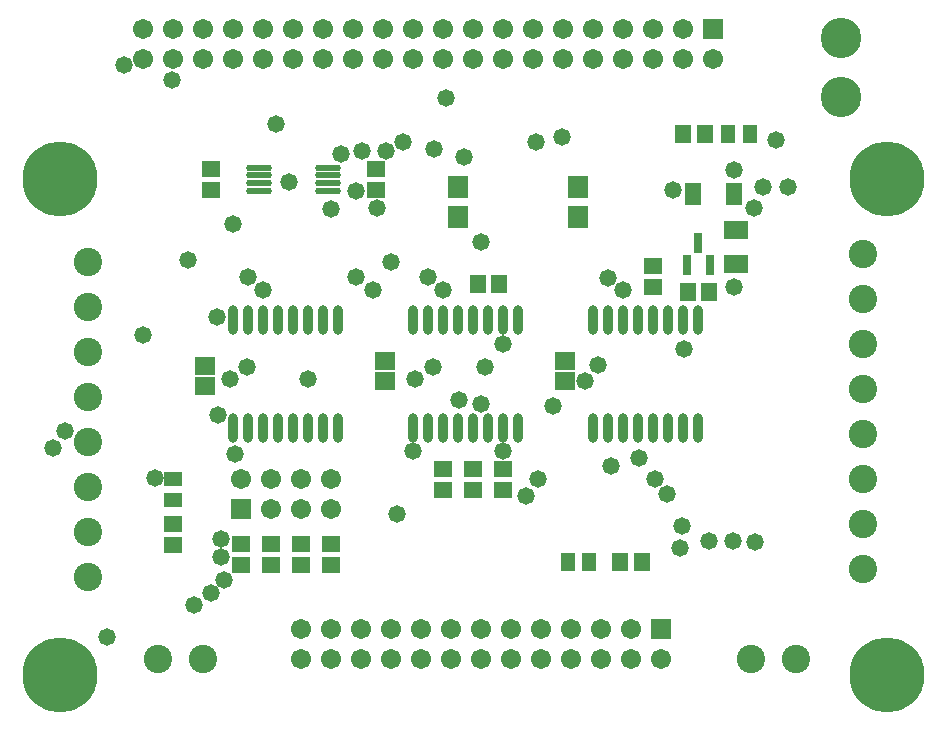
<source format=gts>
%FSLAX24Y24*%
%MOIN*%
G70*
G01*
G75*
G04 Layer_Color=8388736*
%ADD10R,0.0492X0.0669*%
%ADD11O,0.0787X0.0138*%
%ADD12R,0.0551X0.0472*%
%ADD13R,0.0591X0.0512*%
%ADD14O,0.0236X0.0906*%
%ADD15R,0.0394X0.0551*%
%ADD16R,0.0472X0.0551*%
%ADD17R,0.0551X0.0394*%
%ADD18R,0.0236X0.0591*%
%ADD19R,0.0709X0.0512*%
%ADD20R,0.0598X0.0701*%
%ADD21C,0.0100*%
%ADD22C,0.0120*%
%ADD23C,0.0080*%
%ADD24C,0.1000*%
%ADD25C,0.0500*%
%ADD26C,0.2500*%
%ADD27C,0.0866*%
%ADD28C,0.0591*%
%ADD29R,0.0591X0.0591*%
%ADD30C,0.1270*%
%ADD31C,0.0500*%
%ADD32C,0.0250*%
%ADD33C,0.0098*%
%ADD34C,0.0236*%
%ADD35C,0.0200*%
%ADD36C,0.0079*%
%ADD37C,0.0197*%
%ADD38C,0.0150*%
%ADD39R,0.0750X0.0750*%
%ADD40R,0.0572X0.0749*%
%ADD41O,0.0867X0.0218*%
%ADD42R,0.0631X0.0552*%
%ADD43R,0.0671X0.0592*%
%ADD44O,0.0316X0.0986*%
%ADD45R,0.0474X0.0631*%
%ADD46R,0.0552X0.0631*%
%ADD47R,0.0631X0.0474*%
%ADD48R,0.0316X0.0671*%
%ADD49R,0.0789X0.0592*%
%ADD50R,0.0678X0.0781*%
%ADD51C,0.0946*%
%ADD52C,0.0671*%
%ADD53R,0.0671X0.0671*%
%ADD54C,0.1350*%
%ADD55C,0.0580*%
D26*
X30709Y1969D02*
D03*
X3150D02*
D03*
Y18504D02*
D03*
X30709D02*
D03*
D40*
X24232Y18000D02*
D03*
X25630D02*
D03*
D41*
X9789Y18116D02*
D03*
Y18628D02*
D03*
Y18372D02*
D03*
Y18884D02*
D03*
X12073Y18116D02*
D03*
Y18628D02*
D03*
Y18372D02*
D03*
Y18884D02*
D03*
D42*
X13681Y18146D02*
D03*
Y18854D02*
D03*
X8181Y18146D02*
D03*
Y18854D02*
D03*
X12181Y5646D02*
D03*
Y6354D02*
D03*
X11181Y5646D02*
D03*
Y6354D02*
D03*
X10181Y5646D02*
D03*
Y6354D02*
D03*
X9181Y5646D02*
D03*
Y6354D02*
D03*
X15931Y8146D02*
D03*
Y8854D02*
D03*
X16931Y8146D02*
D03*
Y8854D02*
D03*
X17931Y8146D02*
D03*
Y8854D02*
D03*
X6931Y6291D02*
D03*
Y7000D02*
D03*
X22931Y14896D02*
D03*
Y15604D02*
D03*
D43*
X7981Y11615D02*
D03*
Y12285D02*
D03*
X13981Y11765D02*
D03*
Y12435D02*
D03*
X19981Y11765D02*
D03*
Y12435D02*
D03*
D44*
X20931Y10209D02*
D03*
X21431D02*
D03*
X20931Y13791D02*
D03*
X21431D02*
D03*
X22931Y10209D02*
D03*
X23431D02*
D03*
X21931D02*
D03*
X22431D02*
D03*
X23931D02*
D03*
X24431D02*
D03*
X21931Y13791D02*
D03*
X22431D02*
D03*
X24431D02*
D03*
X22931D02*
D03*
X23931D02*
D03*
X23431D02*
D03*
X14931Y10209D02*
D03*
X15431D02*
D03*
X14931Y13791D02*
D03*
X15431D02*
D03*
X16931Y10209D02*
D03*
X17431D02*
D03*
X15931D02*
D03*
X16431D02*
D03*
X17931D02*
D03*
X18431D02*
D03*
X15931Y13791D02*
D03*
X16431D02*
D03*
X18431D02*
D03*
X16931D02*
D03*
X17931D02*
D03*
X17431D02*
D03*
X8931Y10209D02*
D03*
X9431D02*
D03*
X8931Y13791D02*
D03*
X9431D02*
D03*
X10931Y10209D02*
D03*
X11431D02*
D03*
X9931D02*
D03*
X10431D02*
D03*
X11931D02*
D03*
X12431D02*
D03*
X9931Y13791D02*
D03*
X10431D02*
D03*
X12431D02*
D03*
X10931D02*
D03*
X11931D02*
D03*
X11431D02*
D03*
D45*
X20077Y5750D02*
D03*
X20785D02*
D03*
X25431Y20000D02*
D03*
X26140D02*
D03*
D46*
X23931Y20000D02*
D03*
X24640D02*
D03*
X24077Y14750D02*
D03*
X24785D02*
D03*
X17077Y15000D02*
D03*
X17785D02*
D03*
X21827Y5750D02*
D03*
X22535D02*
D03*
D47*
X6931Y7791D02*
D03*
Y8500D02*
D03*
D48*
X24805Y15626D02*
D03*
X24057D02*
D03*
X24431Y16374D02*
D03*
D49*
X25681Y15679D02*
D03*
Y16821D02*
D03*
D50*
X16400Y17250D02*
D03*
Y18250D02*
D03*
X20400D02*
D03*
Y17250D02*
D03*
D51*
X4081Y15750D02*
D03*
Y14250D02*
D03*
Y5250D02*
D03*
Y6750D02*
D03*
Y8250D02*
D03*
Y9750D02*
D03*
Y11250D02*
D03*
Y12750D02*
D03*
X7931Y2500D02*
D03*
X6431D02*
D03*
X27681D02*
D03*
X26181D02*
D03*
X29931Y8500D02*
D03*
Y10000D02*
D03*
Y11500D02*
D03*
Y13000D02*
D03*
Y14500D02*
D03*
Y16000D02*
D03*
Y7000D02*
D03*
Y5500D02*
D03*
D52*
X6931Y22500D02*
D03*
X5931D02*
D03*
X8931D02*
D03*
X7931D02*
D03*
X13931D02*
D03*
X12931D02*
D03*
X9931D02*
D03*
X11931D02*
D03*
X10931D02*
D03*
X6931Y23500D02*
D03*
X5931D02*
D03*
X7931D02*
D03*
X9931D02*
D03*
X8931D02*
D03*
X10931D02*
D03*
X12931D02*
D03*
X11931D02*
D03*
X14931D02*
D03*
X13931D02*
D03*
X18931Y22500D02*
D03*
X20931D02*
D03*
X19931D02*
D03*
X14931D02*
D03*
X17931D02*
D03*
X16931D02*
D03*
X21931D02*
D03*
X22931D02*
D03*
X23931D02*
D03*
X24931D02*
D03*
X15931D02*
D03*
X16931Y23500D02*
D03*
X15931D02*
D03*
X17931D02*
D03*
X19931D02*
D03*
X18931D02*
D03*
X23931D02*
D03*
X20931D02*
D03*
X22931D02*
D03*
X21931D02*
D03*
X11181Y2500D02*
D03*
X12181D02*
D03*
X15181D02*
D03*
X13181D02*
D03*
X14181D02*
D03*
X11181Y3500D02*
D03*
X12181D02*
D03*
X13181D02*
D03*
X15181D02*
D03*
X16181Y2500D02*
D03*
Y3500D02*
D03*
X14181D02*
D03*
X20181Y2500D02*
D03*
X21181D02*
D03*
X18181D02*
D03*
X19181D02*
D03*
X23181D02*
D03*
X22181D02*
D03*
X17181Y3500D02*
D03*
Y2500D02*
D03*
X18181Y3500D02*
D03*
X19181D02*
D03*
X20181D02*
D03*
X22181D02*
D03*
X21181D02*
D03*
X9181Y8500D02*
D03*
X10181D02*
D03*
X11181Y7500D02*
D03*
X10181D02*
D03*
X12181D02*
D03*
Y8500D02*
D03*
X11181D02*
D03*
D53*
X24931Y23500D02*
D03*
X23181Y3500D02*
D03*
X9181Y7500D02*
D03*
D54*
X29181Y21250D02*
D03*
Y23218D02*
D03*
D55*
X9931Y14800D02*
D03*
X15931D02*
D03*
X15431Y15250D02*
D03*
X9431D02*
D03*
X21431Y15200D02*
D03*
X12181Y17500D02*
D03*
X10781Y18400D02*
D03*
X13031Y15250D02*
D03*
X13581Y14800D02*
D03*
X7631Y4300D02*
D03*
X8181Y4700D02*
D03*
X8631Y5150D02*
D03*
X8531Y5900D02*
D03*
X14581Y19750D02*
D03*
X8381Y13900D02*
D03*
X23581Y18150D02*
D03*
X14031Y19450D02*
D03*
X19081Y8500D02*
D03*
X23381Y8000D02*
D03*
X22981Y8500D02*
D03*
X18681Y7950D02*
D03*
X17181Y11000D02*
D03*
X19581Y10950D02*
D03*
X8531Y6500D02*
D03*
X14381Y7350D02*
D03*
X14181Y15750D02*
D03*
X7431Y15800D02*
D03*
X5281Y22300D02*
D03*
X14931Y9450D02*
D03*
X17931D02*
D03*
X21531Y8950D02*
D03*
X8981Y9350D02*
D03*
X6331Y8550D02*
D03*
X26331Y6400D02*
D03*
X19881Y19900D02*
D03*
X24781Y6450D02*
D03*
X26581Y18250D02*
D03*
X16631Y19250D02*
D03*
X23831Y6200D02*
D03*
X26281Y17550D02*
D03*
X13231Y19450D02*
D03*
X13031Y18100D02*
D03*
X12531Y19350D02*
D03*
X13731Y17550D02*
D03*
X8931Y17000D02*
D03*
X23881Y6950D02*
D03*
X25631Y14900D02*
D03*
X21931Y14800D02*
D03*
X17181Y16400D02*
D03*
X8431Y10650D02*
D03*
X9381Y12250D02*
D03*
X21081Y12300D02*
D03*
X15581Y12250D02*
D03*
X17331D02*
D03*
X27431Y18250D02*
D03*
X27031Y19800D02*
D03*
X25631Y18800D02*
D03*
X20646Y11765D02*
D03*
X14981Y11850D02*
D03*
X11431D02*
D03*
X8831D02*
D03*
X6881Y21800D02*
D03*
X5931Y13300D02*
D03*
X19031Y19750D02*
D03*
X25581Y6450D02*
D03*
X22450Y9200D02*
D03*
X16450Y11150D02*
D03*
X17912Y13000D02*
D03*
X2900Y9550D02*
D03*
X23950Y12850D02*
D03*
X3300Y10100D02*
D03*
X4700Y3250D02*
D03*
X16000Y21200D02*
D03*
X15600Y19500D02*
D03*
X10350Y20350D02*
D03*
M02*

</source>
